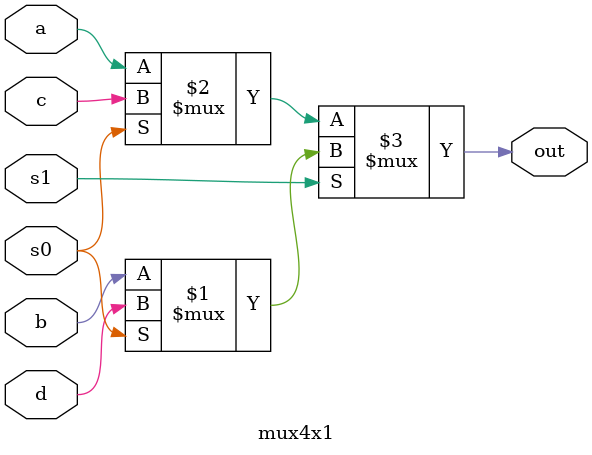
<source format=v>
module mux4x1(input s0,s1,a,b,c,d,output out);
assign out= s1? (s0?d:b): (s0?c:a);
endmodule
</source>
